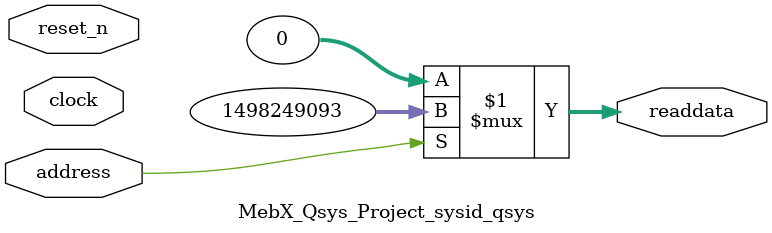
<source format=v>



// synthesis translate_off
`timescale 1ns / 1ps
// synthesis translate_on

// turn off superfluous verilog processor warnings 
// altera message_level Level1 
// altera message_off 10034 10035 10036 10037 10230 10240 10030 

module MebX_Qsys_Project_sysid_qsys (
               // inputs:
                address,
                clock,
                reset_n,

               // outputs:
                readdata
             )
;

  output  [ 31: 0] readdata;
  input            address;
  input            clock;
  input            reset_n;

  wire    [ 31: 0] readdata;
  //control_slave, which is an e_avalon_slave
  assign readdata = address ? 1498249093 : 0;

endmodule



</source>
